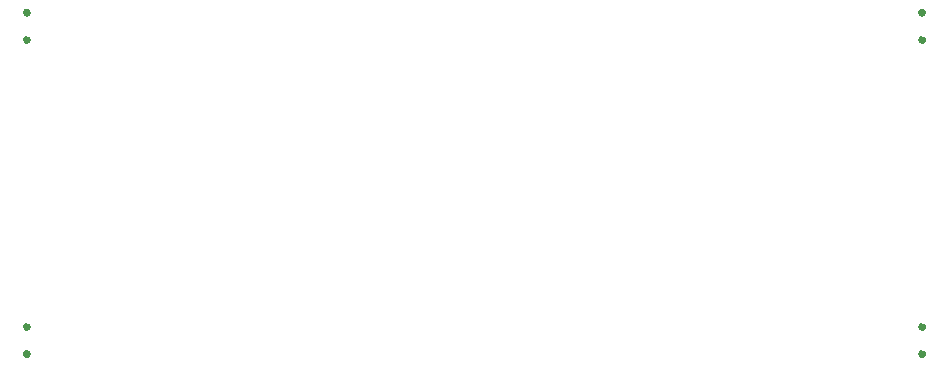
<source format=gbr>
%TF.GenerationSoftware,KiCad,Pcbnew,7.0.8*%
%TF.CreationDate,2023-11-13T19:56:10+01:00*%
%TF.ProjectId,USB E-Paper thing,55534220-452d-4506-9170-657220746869,rev?*%
%TF.SameCoordinates,Original*%
%TF.FileFunction,Other,Comment*%
%FSLAX46Y46*%
G04 Gerber Fmt 4.6, Leading zero omitted, Abs format (unit mm)*
G04 Created by KiCad (PCBNEW 7.0.8) date 2023-11-13 19:56:10*
%MOMM*%
%LPD*%
G01*
G04 APERTURE LIST*
%ADD10C,0.350000*%
G04 APERTURE END LIST*
D10*
%TO.C,SW3*%
X77580000Y32800000D02*
G75*
G03*
X77580000Y32800000I-180000J0D01*
G01*
X77580000Y30500000D02*
G75*
G03*
X77580000Y30500000I-180000J0D01*
G01*
%TO.C,SW4*%
X77580000Y6200000D02*
G75*
G03*
X77580000Y6200000I-180000J0D01*
G01*
X77580000Y3900000D02*
G75*
G03*
X77580000Y3900000I-180000J0D01*
G01*
%TO.C,SW1*%
X1780000Y30500000D02*
G75*
G03*
X1780000Y30500000I-180000J0D01*
G01*
X1780000Y32800000D02*
G75*
G03*
X1780000Y32800000I-180000J0D01*
G01*
%TO.C,SW2*%
X1780000Y3900000D02*
G75*
G03*
X1780000Y3900000I-180000J0D01*
G01*
X1780000Y6200000D02*
G75*
G03*
X1780000Y6200000I-180000J0D01*
G01*
%TD*%
M02*

</source>
